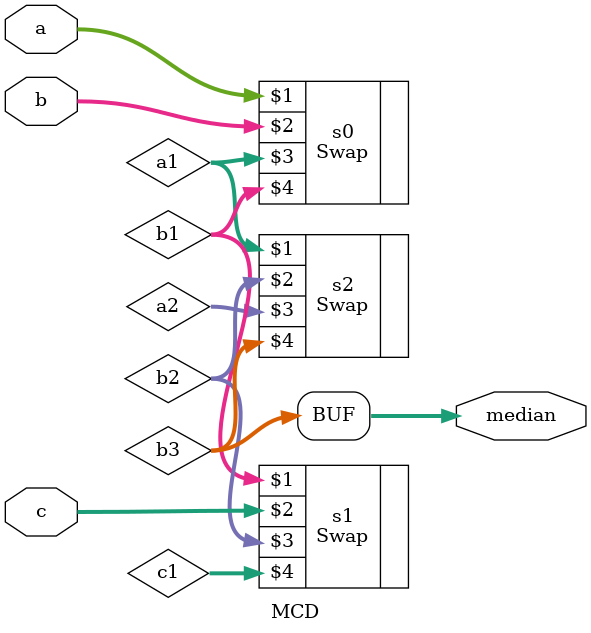
<source format=v>

`include "Swap.v"

module MCD(a,b,c,median);
	input [7:0] a,b,c;
	output [7:0] median;
	wire [7:0] a1,b1,c1,b2,a2,b3;
	
	Swap s0(a,b,a1,b1);
	Swap s1(b1,c,b2,c1);
	Swap s2(a1,b2,a2,b3);
	assign median = b3;
	
endmodule 


</source>
